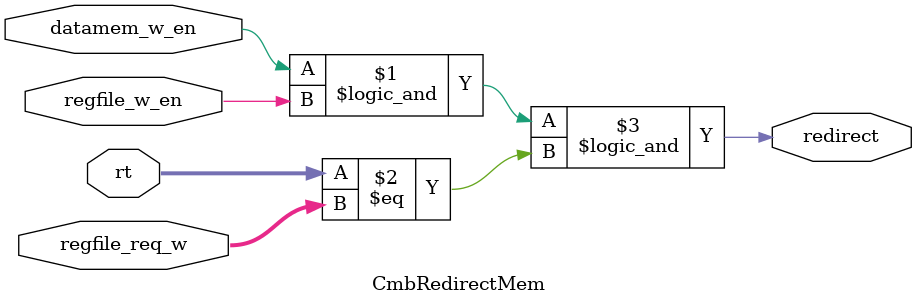
<source format=v>
`timescale 1ns / 1ps

`include "Core.vh"

module CmbRedirectMem(
    input datamem_w_en,     // self
    input [4:0] rt,               // self
    input regfile_w_en,     // mem
    input [4:0] regfile_req_w,    // mem
    output redirect
);
    assign redirect = 
           datamem_w_en 
        && regfile_w_en
        && (rt == regfile_req_w);
endmodule
</source>
